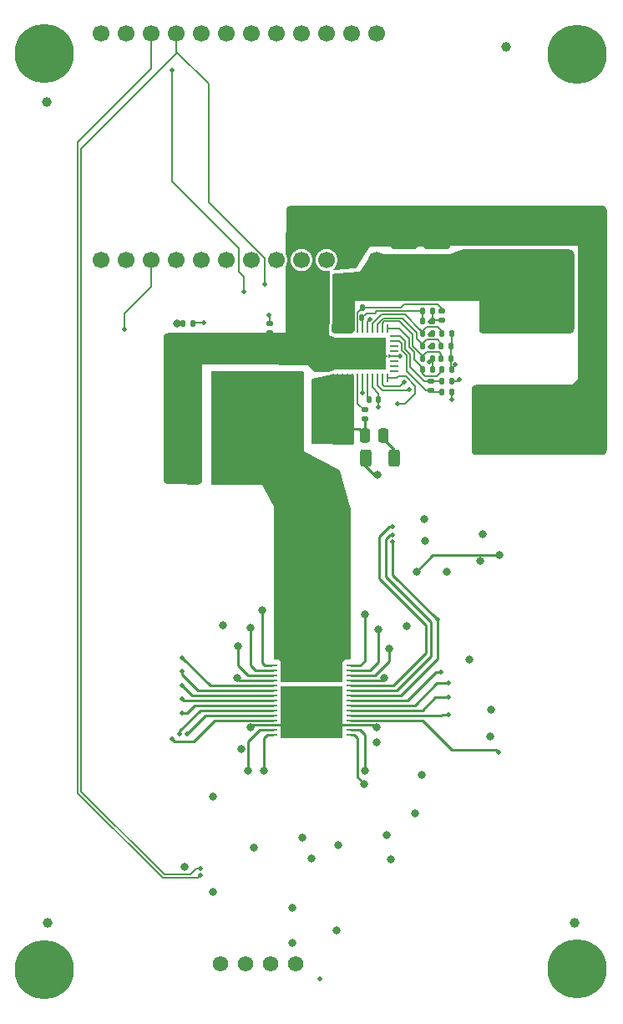
<source format=gbl>
G04 #@! TF.GenerationSoftware,KiCad,Pcbnew,8.0.4*
G04 #@! TF.CreationDate,2024-12-27T03:35:07+01:00*
G04 #@! TF.ProjectId,nerdaxe-gamma,6e657264-6178-4652-9d67-616d6d612e6b,rev?*
G04 #@! TF.SameCoordinates,Original*
G04 #@! TF.FileFunction,Copper,L4,Bot*
G04 #@! TF.FilePolarity,Positive*
%FSLAX46Y46*%
G04 Gerber Fmt 4.6, Leading zero omitted, Abs format (unit mm)*
G04 Created by KiCad (PCBNEW 8.0.4) date 2024-12-27 03:35:07*
%MOMM*%
%LPD*%
G01*
G04 APERTURE LIST*
G04 Aperture macros list*
%AMRoundRect*
0 Rectangle with rounded corners*
0 $1 Rounding radius*
0 $2 $3 $4 $5 $6 $7 $8 $9 X,Y pos of 4 corners*
0 Add a 4 corners polygon primitive as box body*
4,1,4,$2,$3,$4,$5,$6,$7,$8,$9,$2,$3,0*
0 Add four circle primitives for the rounded corners*
1,1,$1+$1,$2,$3*
1,1,$1+$1,$4,$5*
1,1,$1+$1,$6,$7*
1,1,$1+$1,$8,$9*
0 Add four rect primitives between the rounded corners*
20,1,$1+$1,$2,$3,$4,$5,0*
20,1,$1+$1,$4,$5,$6,$7,0*
20,1,$1+$1,$6,$7,$8,$9,0*
20,1,$1+$1,$8,$9,$2,$3,0*%
G04 Aperture macros list end*
G04 #@! TA.AperFunction,EtchedComponent*
%ADD10C,0.000100*%
G04 #@! TD*
G04 #@! TA.AperFunction,ComponentPad*
%ADD11C,1.700000*%
G04 #@! TD*
G04 #@! TA.AperFunction,SMDPad,CuDef*
%ADD12RoundRect,0.250000X0.325000X0.650000X-0.325000X0.650000X-0.325000X-0.650000X0.325000X-0.650000X0*%
G04 #@! TD*
G04 #@! TA.AperFunction,SMDPad,CuDef*
%ADD13RoundRect,0.250000X0.475000X-0.250000X0.475000X0.250000X-0.475000X0.250000X-0.475000X-0.250000X0*%
G04 #@! TD*
G04 #@! TA.AperFunction,SMDPad,CuDef*
%ADD14RoundRect,0.140000X0.140000X0.170000X-0.140000X0.170000X-0.140000X-0.170000X0.140000X-0.170000X0*%
G04 #@! TD*
G04 #@! TA.AperFunction,SMDPad,CuDef*
%ADD15R,0.250000X0.250000*%
G04 #@! TD*
G04 #@! TA.AperFunction,SMDPad,CuDef*
%ADD16RoundRect,0.250000X-0.312500X-0.625000X0.312500X-0.625000X0.312500X0.625000X-0.312500X0.625000X0*%
G04 #@! TD*
G04 #@! TA.AperFunction,SMDPad,CuDef*
%ADD17RoundRect,0.140000X-0.170000X0.140000X-0.170000X-0.140000X0.170000X-0.140000X0.170000X0.140000X0*%
G04 #@! TD*
G04 #@! TA.AperFunction,SMDPad,CuDef*
%ADD18RoundRect,0.135000X0.135000X0.185000X-0.135000X0.185000X-0.135000X-0.185000X0.135000X-0.185000X0*%
G04 #@! TD*
G04 #@! TA.AperFunction,SMDPad,CuDef*
%ADD19RoundRect,0.135000X-0.135000X-0.185000X0.135000X-0.185000X0.135000X0.185000X-0.135000X0.185000X0*%
G04 #@! TD*
G04 #@! TA.AperFunction,SMDPad,CuDef*
%ADD20RoundRect,0.250000X0.650000X-1.000000X0.650000X1.000000X-0.650000X1.000000X-0.650000X-1.000000X0*%
G04 #@! TD*
G04 #@! TA.AperFunction,SMDPad,CuDef*
%ADD21RoundRect,0.250000X1.100000X-0.325000X1.100000X0.325000X-1.100000X0.325000X-1.100000X-0.325000X0*%
G04 #@! TD*
G04 #@! TA.AperFunction,ComponentPad*
%ADD22C,0.800000*%
G04 #@! TD*
G04 #@! TA.AperFunction,ComponentPad*
%ADD23C,6.000000*%
G04 #@! TD*
G04 #@! TA.AperFunction,SMDPad,CuDef*
%ADD24RoundRect,0.140000X-0.140000X-0.170000X0.140000X-0.170000X0.140000X0.170000X-0.140000X0.170000X0*%
G04 #@! TD*
G04 #@! TA.AperFunction,SMDPad,CuDef*
%ADD25RoundRect,0.140000X0.170000X-0.140000X0.170000X0.140000X-0.170000X0.140000X-0.170000X-0.140000X0*%
G04 #@! TD*
G04 #@! TA.AperFunction,SMDPad,CuDef*
%ADD26R,4.000000X2.600000*%
G04 #@! TD*
G04 #@! TA.AperFunction,ComponentPad*
%ADD27C,0.400000*%
G04 #@! TD*
G04 #@! TA.AperFunction,SMDPad,CuDef*
%ADD28R,5.300000X3.300000*%
G04 #@! TD*
G04 #@! TA.AperFunction,SMDPad,CuDef*
%ADD29RoundRect,0.062500X0.337500X-0.062500X0.337500X0.062500X-0.337500X0.062500X-0.337500X-0.062500X0*%
G04 #@! TD*
G04 #@! TA.AperFunction,SMDPad,CuDef*
%ADD30RoundRect,0.062500X0.062500X-0.337500X0.062500X0.337500X-0.062500X0.337500X-0.062500X-0.337500X0*%
G04 #@! TD*
G04 #@! TA.AperFunction,SMDPad,CuDef*
%ADD31RoundRect,0.250000X0.250000X0.475000X-0.250000X0.475000X-0.250000X-0.475000X0.250000X-0.475000X0*%
G04 #@! TD*
G04 #@! TA.AperFunction,ComponentPad*
%ADD32C,1.574800*%
G04 #@! TD*
G04 #@! TA.AperFunction,SMDPad,CuDef*
%ADD33C,1.000000*%
G04 #@! TD*
G04 #@! TA.AperFunction,SMDPad,CuDef*
%ADD34RoundRect,0.055250X0.340750X0.055250X-0.340750X0.055250X-0.340750X-0.055250X0.340750X-0.055250X0*%
G04 #@! TD*
G04 #@! TA.AperFunction,SMDPad,CuDef*
%ADD35R,6.330000X2.000000*%
G04 #@! TD*
G04 #@! TA.AperFunction,SMDPad,CuDef*
%ADD36R,6.330000X5.300000*%
G04 #@! TD*
G04 #@! TA.AperFunction,SMDPad,CuDef*
%ADD37RoundRect,0.220000X-0.880000X0.880000X-0.880000X-0.880000X0.880000X-0.880000X0.880000X0.880000X0*%
G04 #@! TD*
G04 #@! TA.AperFunction,ViaPad*
%ADD38C,0.500000*%
G04 #@! TD*
G04 #@! TA.AperFunction,ViaPad*
%ADD39C,0.800000*%
G04 #@! TD*
G04 #@! TA.AperFunction,ViaPad*
%ADD40C,1.000000*%
G04 #@! TD*
G04 #@! TA.AperFunction,Conductor*
%ADD41C,0.200000*%
G04 #@! TD*
G04 #@! TA.AperFunction,Conductor*
%ADD42C,0.254000*%
G04 #@! TD*
G04 APERTURE END LIST*
D10*
X113345500Y-81792000D02*
X113415500Y-81792000D01*
X113415500Y-81542000D01*
X113345500Y-81542000D01*
X113345500Y-81792000D01*
G04 #@! TA.AperFunction,EtchedComponent*
G36*
X113345500Y-81792000D02*
G01*
X113415500Y-81792000D01*
X113415500Y-81542000D01*
X113345500Y-81542000D01*
X113345500Y-81792000D01*
G37*
G04 #@! TD.AperFunction*
D11*
X84250000Y-49022000D03*
X86790000Y-49022000D03*
X89330000Y-49022000D03*
X91870000Y-49022000D03*
X94410000Y-49022000D03*
X96950000Y-49022000D03*
X99490000Y-49022000D03*
X102030000Y-49022000D03*
X104570000Y-49022000D03*
X107110000Y-49022000D03*
X109650000Y-49022000D03*
X112190000Y-49022000D03*
X112190000Y-71942000D03*
X109650000Y-71942000D03*
X107110000Y-71942000D03*
X104570000Y-71942000D03*
X102030000Y-71942000D03*
X99490000Y-71942000D03*
X96950000Y-71942000D03*
X94410000Y-71942000D03*
X91870000Y-71942000D03*
X89330000Y-71942000D03*
X86790000Y-71942000D03*
X84250000Y-71942000D03*
D12*
X93685000Y-84328000D03*
X96635000Y-84328000D03*
D13*
X103710000Y-81787000D03*
X103710000Y-83687000D03*
D14*
X107980000Y-76708000D03*
X107020000Y-76708000D03*
D15*
X113535000Y-81667000D03*
X113225000Y-81667000D03*
D16*
X113982500Y-92037000D03*
X111057500Y-92037000D03*
D17*
X117718000Y-85189000D03*
X117718000Y-84229000D03*
D13*
X99490000Y-81807000D03*
X99490000Y-83707000D03*
D18*
X119763000Y-83058000D03*
X118743000Y-83058000D03*
D19*
X117866000Y-77089000D03*
X116846000Y-77089000D03*
X109680000Y-76757000D03*
X110700000Y-76757000D03*
D12*
X93648000Y-89916000D03*
X96598000Y-89916000D03*
D20*
X121920000Y-68580000D03*
X121920000Y-72580000D03*
D13*
X101590000Y-81787000D03*
X101590000Y-83687000D03*
D17*
X101320000Y-79347000D03*
X101320000Y-78387000D03*
D18*
X119771000Y-79375000D03*
X118751000Y-79375000D03*
D21*
X114935000Y-70248000D03*
X114935000Y-73198000D03*
D14*
X107020000Y-77827000D03*
X107980000Y-77827000D03*
D22*
X130250000Y-51120990D03*
X130909010Y-49530000D03*
X130909010Y-52711980D03*
X132500000Y-48870990D03*
D23*
X132500000Y-51120990D03*
D22*
X132500000Y-53370990D03*
X134090990Y-49530000D03*
X134090990Y-52711980D03*
X134750000Y-51120990D03*
D19*
X117848000Y-81915000D03*
X116828000Y-81915000D03*
D17*
X110970000Y-88067000D03*
X110970000Y-87107000D03*
D24*
X117828000Y-78105000D03*
X116868000Y-78105000D03*
D18*
X116838000Y-83058000D03*
X117858000Y-83058000D03*
D19*
X116838000Y-79375000D03*
X117858000Y-79375000D03*
D22*
X130250000Y-143728000D03*
X130909010Y-142137010D03*
X130909010Y-145318990D03*
X132500000Y-141478000D03*
D23*
X132500000Y-143728000D03*
D22*
X132500000Y-145978000D03*
X134090990Y-142137010D03*
X134090990Y-145318990D03*
X134750000Y-143728000D03*
D19*
X110690000Y-77817000D03*
X109670000Y-77817000D03*
D12*
X93685000Y-86995000D03*
X96635000Y-86995000D03*
D18*
X118738000Y-80645000D03*
X119758000Y-80645000D03*
D14*
X107960000Y-75565000D03*
X107000000Y-75565000D03*
D22*
X80750000Y-143855000D03*
X80090990Y-145445990D03*
X80090990Y-142264010D03*
X78500000Y-146105000D03*
D23*
X78500000Y-143855000D03*
D22*
X78500000Y-141605000D03*
X76909010Y-145445990D03*
X76909010Y-142264010D03*
X76250000Y-143855000D03*
D19*
X119768000Y-85344000D03*
X118748000Y-85344000D03*
D25*
X118753000Y-78077000D03*
X118753000Y-77117000D03*
D26*
X99825000Y-89082000D03*
X107775000Y-89082000D03*
D12*
X93705000Y-92583000D03*
X96655000Y-92583000D03*
D22*
X76250000Y-51054000D03*
X76909010Y-49463010D03*
X76909010Y-52644990D03*
X78500000Y-48804000D03*
D23*
X78500000Y-51054000D03*
D22*
X78500000Y-53304000D03*
X80090990Y-49463010D03*
X80090990Y-52644990D03*
X80750000Y-51054000D03*
D24*
X112380000Y-86047000D03*
X111420000Y-86047000D03*
D18*
X93590000Y-78337000D03*
X92570000Y-78337000D03*
D27*
X109090000Y-80137000D03*
X110490000Y-80137000D03*
X111890000Y-80137000D03*
X108090000Y-81417000D03*
X109090000Y-81417000D03*
D28*
X110490000Y-81417000D03*
D27*
X110490000Y-81417000D03*
X111890000Y-81417000D03*
X112890000Y-81417000D03*
X109090000Y-82697000D03*
X110490000Y-82697000D03*
X111890000Y-82697000D03*
D29*
X113990000Y-83167000D03*
X113990000Y-82667000D03*
X113990000Y-82167000D03*
X113990000Y-81667000D03*
X113990000Y-81167000D03*
X113990000Y-80667000D03*
X113990000Y-80167000D03*
X113990000Y-79667000D03*
D30*
X113240000Y-78917000D03*
X112740000Y-78917000D03*
X112240000Y-78917000D03*
X111740000Y-78917000D03*
X111240000Y-78917000D03*
X110740000Y-78917000D03*
X110240000Y-78917000D03*
X109740000Y-78917000D03*
X109240000Y-78917000D03*
X108740000Y-78917000D03*
X108240000Y-78917000D03*
X107740000Y-78917000D03*
D29*
X106990000Y-79667000D03*
X106990000Y-80167000D03*
X106990000Y-80667000D03*
X106990000Y-81167000D03*
X106990000Y-81667000D03*
X106990000Y-82167000D03*
X106990000Y-82667000D03*
X106990000Y-83167000D03*
D30*
X107740000Y-83917000D03*
X108240000Y-83917000D03*
X108740000Y-83917000D03*
X109240000Y-83917000D03*
X109740000Y-83917000D03*
X110240000Y-83917000D03*
X110740000Y-83917000D03*
X111240000Y-83917000D03*
X111740000Y-83917000D03*
X112240000Y-83917000D03*
X112740000Y-83917000D03*
X113240000Y-83917000D03*
D21*
X118237000Y-73198000D03*
X118237000Y-70248000D03*
D18*
X118738000Y-81915000D03*
X119758000Y-81915000D03*
D31*
X110980000Y-89687000D03*
X112880000Y-89687000D03*
D18*
X118748000Y-84201000D03*
X119768000Y-84201000D03*
D31*
X108519000Y-74041000D03*
X106619000Y-74041000D03*
D32*
X96382400Y-143240851D03*
X98922400Y-143240851D03*
X101462400Y-143240851D03*
X104002400Y-143240851D03*
D33*
X132260000Y-139060000D03*
D34*
X109526562Y-113032000D03*
X109526562Y-113534000D03*
X109526562Y-114036000D03*
X109526562Y-114538000D03*
X109526562Y-115040000D03*
X109526562Y-115542000D03*
X109526562Y-116044000D03*
X109526562Y-116546000D03*
X109526562Y-117048000D03*
X109526562Y-117550000D03*
X109526562Y-118052000D03*
X109526562Y-118554000D03*
X109526562Y-119056000D03*
X109526562Y-119558000D03*
X109526562Y-120060000D03*
X101694562Y-120060000D03*
X101694562Y-119558000D03*
X101694562Y-119056000D03*
X101694562Y-118554000D03*
X101694562Y-118052000D03*
X101694562Y-117550000D03*
X101694562Y-117048000D03*
X101694562Y-116546000D03*
X101694562Y-116044000D03*
X101694562Y-115542000D03*
X101694562Y-115040000D03*
X101694562Y-114538000D03*
X101694562Y-114036000D03*
X101694562Y-113534000D03*
X101694562Y-113032000D03*
D35*
X105610562Y-113676000D03*
D36*
X105610562Y-117786000D03*
D33*
X78850000Y-139070000D03*
D37*
X124610000Y-88939000D03*
X130810000Y-88939000D03*
X124610000Y-77939000D03*
X130810000Y-77939000D03*
D33*
X125270000Y-50310000D03*
X78750000Y-55900000D03*
D19*
X117848000Y-80645000D03*
X116828000Y-80645000D03*
D38*
X117602000Y-78232000D03*
X117602000Y-79502000D03*
X117602000Y-80772000D03*
X106426000Y-144780000D03*
X91440000Y-52705000D03*
X98679000Y-75184000D03*
X100838000Y-74422000D03*
X86614000Y-78994000D03*
X114935000Y-84328000D03*
X115443000Y-85090000D03*
X96635000Y-88380000D03*
X119761000Y-86106000D03*
X126619000Y-89154000D03*
X126619000Y-78486000D03*
X120523000Y-84074000D03*
X120142000Y-82550000D03*
X124079000Y-74549000D03*
D39*
X105664000Y-76835000D03*
D38*
X117483000Y-82296000D03*
D39*
X105610000Y-116830000D03*
X112180000Y-119260000D03*
X113580000Y-132650000D03*
X98050000Y-114260000D03*
X104490000Y-118700000D03*
D40*
X119126000Y-68802000D03*
D39*
X112180000Y-120800000D03*
X106740000Y-119930000D03*
D40*
X113665000Y-68802000D03*
D39*
X106740000Y-118720000D03*
X104640000Y-130470000D03*
X105540000Y-132550000D03*
D40*
X115005332Y-67405000D03*
D39*
X116770000Y-124080000D03*
X106740000Y-117780000D03*
X104490000Y-117760000D03*
X105630000Y-118700000D03*
D40*
X92202000Y-88519000D03*
D39*
X115260000Y-109040000D03*
X123750000Y-117530000D03*
D40*
X92202000Y-93599000D03*
D39*
X106740000Y-116860000D03*
X105620000Y-82057000D03*
X103604000Y-137538000D03*
X116050000Y-128010000D03*
D40*
X92202000Y-91059000D03*
D39*
X104490000Y-119910000D03*
D40*
X117729000Y-68802000D03*
D39*
X112980000Y-114270000D03*
X105537000Y-75438000D03*
X112280000Y-93737000D03*
X117090000Y-100360000D03*
D40*
X117729000Y-67405000D03*
D39*
X121580000Y-112400000D03*
D40*
X92210000Y-83058000D03*
X113665000Y-67405000D03*
D39*
X122640000Y-102460000D03*
X103604000Y-141088000D03*
X113180000Y-130220000D03*
X119280000Y-103505000D03*
X99370000Y-119240000D03*
D40*
X116372000Y-68805000D03*
X119126000Y-67405000D03*
D39*
X123710000Y-120230000D03*
X96600000Y-108920000D03*
X104490000Y-115746000D03*
X103580000Y-80447000D03*
X105610000Y-80457000D03*
X104648000Y-74168000D03*
X98440000Y-121490000D03*
X92680000Y-133370000D03*
X104490000Y-116840000D03*
X99510000Y-80427000D03*
D40*
X115045332Y-68805000D03*
X92202000Y-85725000D03*
D39*
X106740000Y-115766000D03*
X116990000Y-98200000D03*
D40*
X116332000Y-67405000D03*
D39*
X101500000Y-80427000D03*
X105610000Y-78747000D03*
X107569000Y-99060000D03*
X102489000Y-97790000D03*
X105029000Y-101600000D03*
X102489000Y-100330000D03*
X108839000Y-101600000D03*
X106299000Y-100330000D03*
X106299000Y-99060000D03*
X103759000Y-97790000D03*
X103759000Y-100330000D03*
D38*
X104290000Y-84847000D03*
D39*
X102489000Y-101600000D03*
X103759000Y-102870000D03*
X105029000Y-100330000D03*
X108839000Y-100330000D03*
X102489000Y-99060000D03*
X107569000Y-101600000D03*
X106299000Y-101600000D03*
X107569000Y-102870000D03*
X108839000Y-99060000D03*
X107569000Y-100330000D03*
X105029000Y-97790000D03*
X108839000Y-97790000D03*
X107569000Y-97790000D03*
X103759000Y-101600000D03*
X108839000Y-102870000D03*
X105029000Y-99060000D03*
X102489000Y-102870000D03*
X103759000Y-99060000D03*
X106299000Y-97790000D03*
X108290000Y-131179000D03*
X99710000Y-131420000D03*
X108077000Y-139836400D03*
X91910000Y-78347000D03*
X95550000Y-135970000D03*
X122930000Y-99700000D03*
X95560000Y-126330000D03*
D38*
X94317599Y-134229617D03*
X112380000Y-86807000D03*
X111500000Y-77937000D03*
X101250000Y-77567000D03*
X114300000Y-86487000D03*
X94660000Y-78317000D03*
X94340000Y-133580000D03*
D39*
X100770000Y-123700000D03*
X99180000Y-123710000D03*
D38*
X119430000Y-116250000D03*
X119420000Y-118020000D03*
X124540000Y-121820000D03*
X92180000Y-119960000D03*
X92940000Y-119930000D03*
X114515000Y-81667000D03*
X110740000Y-85377000D03*
D39*
X113470000Y-111290000D03*
X110950000Y-124990000D03*
X124600000Y-101830000D03*
X116205000Y-103505000D03*
X110970000Y-123700000D03*
X112390000Y-109350000D03*
X111030000Y-107870000D03*
X100553800Y-107457400D03*
X99360000Y-109210000D03*
X98140000Y-111060000D03*
D38*
X119420000Y-114790000D03*
X113800000Y-98950000D03*
X113770000Y-99770000D03*
X113830000Y-100500000D03*
X118320000Y-108370000D03*
X118740000Y-113660000D03*
X92480000Y-112210000D03*
X92480000Y-113611428D03*
X92480000Y-115012856D03*
X92480000Y-116414284D03*
X92480000Y-117815712D03*
X91400000Y-120430000D03*
D41*
X117828000Y-78105000D02*
X117729000Y-78105000D01*
X117729000Y-78105000D02*
X117602000Y-78232000D01*
X117729000Y-79375000D02*
X117602000Y-79502000D01*
X117858000Y-79375000D02*
X117729000Y-79375000D01*
X117729000Y-79375000D02*
X117475000Y-79629000D01*
X117729000Y-80645000D02*
X117848000Y-80645000D01*
X117602000Y-80772000D02*
X117729000Y-80645000D01*
X117858000Y-83058000D02*
X117858000Y-82797527D01*
X117848000Y-81788000D02*
X117848000Y-83048000D01*
X117848000Y-83048000D02*
X117858000Y-83058000D01*
X112740000Y-78357000D02*
X112740000Y-78917000D01*
X115824000Y-79502000D02*
X114469000Y-78147000D01*
X116828000Y-81649000D02*
X115824000Y-80645000D01*
X115824000Y-80645000D02*
X115824000Y-79502000D01*
X114469000Y-78147000D02*
X112950000Y-78147000D01*
X112950000Y-78147000D02*
X112740000Y-78357000D01*
X119763000Y-82929000D02*
X120142000Y-82550000D01*
X119763000Y-83058000D02*
X119763000Y-82929000D01*
X98171000Y-73152000D02*
X98171000Y-70739000D01*
X98171000Y-70739000D02*
X91440000Y-64008000D01*
X91440000Y-64008000D02*
X91440000Y-52705000D01*
X98679000Y-73660000D02*
X98171000Y-73152000D01*
X98679000Y-75184000D02*
X98679000Y-73660000D01*
X91870000Y-50849000D02*
X91870000Y-49022000D01*
X95123000Y-66087813D02*
X95123000Y-54102000D01*
X100838000Y-71802813D02*
X95123000Y-66087813D01*
X100838000Y-74422000D02*
X100838000Y-71802813D01*
X95123000Y-54102000D02*
X91870000Y-50849000D01*
X89330000Y-74627000D02*
X89330000Y-71942000D01*
X86614000Y-77343000D02*
X89330000Y-74627000D01*
X86614000Y-78994000D02*
X86614000Y-77343000D01*
X91870000Y-51005000D02*
X91870000Y-49022000D01*
X82230000Y-60645000D02*
X91870000Y-51005000D01*
X90650000Y-134200000D02*
X82230000Y-125780000D01*
X93280000Y-134200000D02*
X90650000Y-134200000D01*
X93900000Y-133580000D02*
X93280000Y-134200000D01*
X94340000Y-133580000D02*
X93900000Y-133580000D01*
X82230000Y-125780000D02*
X82230000Y-60645000D01*
X81890000Y-59969000D02*
X89330000Y-52529000D01*
X81890000Y-125920000D02*
X81890000Y-59969000D01*
X90490000Y-134520000D02*
X81890000Y-125920000D01*
X94027216Y-134520000D02*
X90490000Y-134520000D01*
X94317599Y-134229617D02*
X94027216Y-134520000D01*
X89330000Y-52529000D02*
X89330000Y-49022000D01*
X112760000Y-85147000D02*
X112240000Y-84627000D01*
X115386000Y-85147000D02*
X112760000Y-85147000D01*
X112240000Y-84627000D02*
X112240000Y-83917000D01*
X115443000Y-85090000D02*
X115386000Y-85147000D01*
X114200000Y-83917000D02*
X113240000Y-83917000D01*
X115116000Y-83747000D02*
X114370000Y-83747000D01*
X116078000Y-84709000D02*
X115116000Y-83747000D01*
X114370000Y-83747000D02*
X114200000Y-83917000D01*
X116078000Y-85471000D02*
X116078000Y-84709000D01*
X114300000Y-86487000D02*
X115062000Y-86487000D01*
X115062000Y-86487000D02*
X116078000Y-85471000D01*
X114808000Y-84455000D02*
X114935000Y-84328000D01*
X112740000Y-84547000D02*
X112740000Y-83917000D01*
X112902000Y-84709000D02*
X112740000Y-84547000D01*
X114554000Y-84709000D02*
X112902000Y-84709000D01*
X114808000Y-84455000D02*
X114554000Y-84709000D01*
X96647000Y-88392000D02*
X96635000Y-88380000D01*
X96635000Y-86995000D02*
X96635000Y-88380000D01*
X96647000Y-94234000D02*
X96655000Y-94226000D01*
D42*
X92570000Y-78337000D02*
X91920000Y-78337000D01*
X91920000Y-78337000D02*
X91910000Y-78347000D01*
D41*
X119768000Y-86099000D02*
X119761000Y-86106000D01*
X119768000Y-85344000D02*
X119768000Y-86099000D01*
X120396000Y-84201000D02*
X120523000Y-84074000D01*
X119768000Y-84201000D02*
X120396000Y-84201000D01*
X98722000Y-89082000D02*
X96635000Y-86995000D01*
X99825000Y-89082000D02*
X98722000Y-89082000D01*
X97432000Y-89082000D02*
X96598000Y-89916000D01*
X99825000Y-89082000D02*
X97432000Y-89082000D01*
X117070000Y-81407000D02*
X116828000Y-81649000D01*
X117221000Y-81280000D02*
X117094000Y-81407000D01*
X117094000Y-81407000D02*
X117070000Y-81407000D01*
X118491000Y-81280000D02*
X117221000Y-81280000D01*
X118738000Y-81915000D02*
X118738000Y-81527000D01*
X118738000Y-81527000D02*
X118491000Y-81280000D01*
X116828000Y-81915000D02*
X116828000Y-81649000D01*
X117873000Y-85344000D02*
X117718000Y-85189000D01*
X118748000Y-85344000D02*
X117873000Y-85344000D01*
X115189000Y-83185000D02*
X117193000Y-85189000D01*
X115189000Y-81633893D02*
X115189000Y-83185000D01*
X114681000Y-81125893D02*
X115189000Y-81633893D01*
X114681000Y-80378000D02*
X114681000Y-81125893D01*
X117193000Y-85189000D02*
X117718000Y-85189000D01*
X113990000Y-80167000D02*
X114470000Y-80167000D01*
X114470000Y-80167000D02*
X114681000Y-80378000D01*
X115062000Y-81036000D02*
X115062000Y-80139000D01*
X115570000Y-81544000D02*
X115062000Y-81036000D01*
X114590000Y-79667000D02*
X113990000Y-79667000D01*
X115570000Y-82804000D02*
X115570000Y-81544000D01*
X116995000Y-84229000D02*
X115570000Y-82804000D01*
X117718000Y-84229000D02*
X116995000Y-84229000D01*
X115062000Y-80139000D02*
X114590000Y-79667000D01*
X118748000Y-84201000D02*
X117817000Y-84201000D01*
X118237000Y-83693000D02*
X118743000Y-83187000D01*
X118743000Y-83187000D02*
X118743000Y-83058000D01*
X117094000Y-83693000D02*
X118237000Y-83693000D01*
X116838000Y-83041000D02*
X116838000Y-83437000D01*
X116838000Y-83437000D02*
X117094000Y-83693000D01*
X117221000Y-80010000D02*
X116828000Y-80403000D01*
X116828000Y-80403000D02*
X116828000Y-80645000D01*
X118738000Y-80384000D02*
X118364000Y-80010000D01*
X118738000Y-80645000D02*
X118738000Y-80384000D01*
X118364000Y-80010000D02*
X117221000Y-80010000D01*
X116838000Y-79122000D02*
X116838000Y-79375000D01*
X117220000Y-78740000D02*
X116838000Y-79122000D01*
X118364000Y-78740000D02*
X117220000Y-78740000D01*
X118751000Y-79127000D02*
X118364000Y-78740000D01*
X118751000Y-79375000D02*
X118751000Y-79127000D01*
X117856000Y-78077000D02*
X117828000Y-78105000D01*
X118626000Y-78077000D02*
X117856000Y-78077000D01*
X118753000Y-78204000D02*
X118626000Y-78077000D01*
X117828000Y-78105000D02*
X117866000Y-78067000D01*
X117866000Y-78067000D02*
X117866000Y-77089000D01*
X114632000Y-76757000D02*
X110700000Y-76757000D01*
X114935000Y-76454000D02*
X114632000Y-76757000D01*
X118372000Y-76454000D02*
X114935000Y-76454000D01*
X116838000Y-79246000D02*
X116586000Y-78994000D01*
X116838000Y-79375000D02*
X116838000Y-79246000D01*
X116231400Y-79921400D02*
X116231400Y-79274400D01*
X116828000Y-80518000D02*
X116231400Y-79921400D01*
X117483000Y-82169000D02*
X117836000Y-81816000D01*
X117483000Y-82296000D02*
X117483000Y-82169000D01*
X116838000Y-79492000D02*
X116838000Y-79375000D01*
X118751000Y-79375000D02*
X118751000Y-79504000D01*
X118753000Y-76835000D02*
X118372000Y-76454000D01*
X118753000Y-77244000D02*
X118753000Y-76835000D01*
X112218000Y-77089000D02*
X116711000Y-77089000D01*
X111970000Y-77337000D02*
X112218000Y-77089000D01*
X116876000Y-77119000D02*
X116846000Y-77089000D01*
X116876000Y-78232000D02*
X116876000Y-77119000D01*
X114802400Y-77845400D02*
X112825074Y-77845400D01*
X112825074Y-77845400D02*
X112240000Y-78430474D01*
X116231400Y-79274400D02*
X114802400Y-77845400D01*
X112240000Y-78430474D02*
X112240000Y-78917000D01*
X111740000Y-78404107D02*
X111740000Y-78917000D01*
X112674107Y-77470000D02*
X111740000Y-78404107D01*
X116703000Y-79111000D02*
X115062000Y-77470000D01*
X115062000Y-77470000D02*
X112674107Y-77470000D01*
X115951000Y-82044000D02*
X116711000Y-82804000D01*
X115951000Y-81280000D02*
X115951000Y-82044000D01*
X115443000Y-80772000D02*
X115951000Y-81280000D01*
X115443000Y-79926526D02*
X115443000Y-80772000D01*
X114515000Y-81667000D02*
X113990000Y-81667000D01*
X114428400Y-78911926D02*
X115443000Y-79926526D01*
X114428400Y-78907000D02*
X114428400Y-78911926D01*
X113250000Y-78907000D02*
X114428400Y-78907000D01*
X113240000Y-78917000D02*
X113250000Y-78907000D01*
X119758000Y-82791000D02*
X119771000Y-82804000D01*
X119758000Y-80381000D02*
X119758000Y-82791000D01*
X119771000Y-80505000D02*
X119758000Y-80518000D01*
X119771000Y-79375000D02*
X119771000Y-80505000D01*
D42*
X112280000Y-93737000D02*
X111957500Y-93737000D01*
X111957500Y-93737000D02*
X110887500Y-92667000D01*
X112712000Y-114538000D02*
X109526562Y-114538000D01*
X100051000Y-114541000D02*
X100054000Y-114538000D01*
X112980000Y-114270000D02*
X112712000Y-114538000D01*
X99370000Y-119240000D02*
X99554000Y-119056000D01*
X100054000Y-114538000D02*
X101694562Y-114538000D01*
X112180000Y-119260000D02*
X111976000Y-119056000D01*
X98331000Y-114541000D02*
X100051000Y-114541000D01*
X111976000Y-119056000D02*
X108526562Y-119056000D01*
X98050000Y-114260000D02*
X98331000Y-114541000D01*
X99554000Y-119056000D02*
X102683562Y-119056000D01*
X102690562Y-114040000D02*
X102694562Y-114036000D01*
X110960000Y-89667000D02*
X110980000Y-89687000D01*
X110960000Y-88177000D02*
X110960000Y-89667000D01*
D41*
X107790000Y-89097000D02*
X107775000Y-89082000D01*
X108080000Y-89387000D02*
X107775000Y-89082000D01*
D42*
X110980000Y-89687000D02*
X110375000Y-89082000D01*
X110375000Y-89082000D02*
X107775000Y-89082000D01*
D41*
X108270000Y-89577000D02*
X107775000Y-89082000D01*
D42*
X108120000Y-89427000D02*
X107775000Y-89082000D01*
D41*
X111240000Y-85867000D02*
X111420000Y-86047000D01*
X111240000Y-83917000D02*
X111240000Y-85867000D01*
X112380000Y-86807000D02*
X112380000Y-86047000D01*
X111740000Y-83917000D02*
X111740000Y-84847000D01*
X111740000Y-84847000D02*
X112380000Y-85487000D01*
X112380000Y-85487000D02*
X112380000Y-86047000D01*
X110240000Y-78917000D02*
X110218400Y-78895400D01*
X110218400Y-77238600D02*
X110700000Y-76757000D01*
X110218400Y-78895400D02*
X110218400Y-77238600D01*
X110740000Y-78917000D02*
X110740000Y-77867000D01*
X110740000Y-77867000D02*
X110690000Y-77817000D01*
X111170000Y-77337000D02*
X111970000Y-77337000D01*
X110690000Y-77817000D02*
X111170000Y-77337000D01*
X111240000Y-78917000D02*
X111240000Y-78197000D01*
X111240000Y-78197000D02*
X111500000Y-77937000D01*
X101250000Y-77567000D02*
X101320000Y-77637000D01*
X101320000Y-77637000D02*
X101320000Y-78387000D01*
X94660000Y-78317000D02*
X93610000Y-78317000D01*
X93610000Y-78317000D02*
X93590000Y-78337000D01*
X110240000Y-83917000D02*
X110240000Y-86497000D01*
X110240000Y-86497000D02*
X110960000Y-87217000D01*
D42*
X100760000Y-123690000D02*
X100760000Y-120410000D01*
X100760000Y-120410000D02*
X101110000Y-120060000D01*
X100770000Y-123700000D02*
X100760000Y-123690000D01*
X101110000Y-120060000D02*
X101694562Y-120060000D01*
X99180000Y-123710000D02*
X99180000Y-120670000D01*
X100292000Y-119558000D02*
X101697438Y-119558000D01*
X99180000Y-120670000D02*
X100292000Y-119558000D01*
X116820000Y-117550000D02*
X109526562Y-117550000D01*
X118120000Y-116250000D02*
X116820000Y-117550000D01*
X119430000Y-116250000D02*
X118120000Y-116250000D01*
X118772000Y-118052000D02*
X109526562Y-118052000D01*
X118804000Y-118020000D02*
X118772000Y-118052000D01*
X119420000Y-118020000D02*
X118804000Y-118020000D01*
X116834000Y-118554000D02*
X109526562Y-118554000D01*
X124540000Y-121820000D02*
X124250000Y-121530000D01*
X124250000Y-121530000D02*
X119810000Y-121530000D01*
X119810000Y-121530000D02*
X116834000Y-118554000D01*
X92180000Y-119960000D02*
X92180000Y-119640000D01*
X94280000Y-117550000D02*
X101694562Y-117550000D01*
X94275000Y-117545000D02*
X94280000Y-117550000D01*
X92180000Y-119640000D02*
X94275000Y-117545000D01*
X92940000Y-119930000D02*
X94825000Y-118045000D01*
X94825000Y-118045000D02*
X94832000Y-118052000D01*
X94832000Y-118052000D02*
X101694562Y-118052000D01*
D41*
X110740000Y-83917000D02*
X110740000Y-85377000D01*
D42*
X112880000Y-89687000D02*
X112880000Y-90067000D01*
X112880000Y-90067000D02*
X113982500Y-91169500D01*
X113982500Y-91169500D02*
X113982500Y-92037000D01*
X110571000Y-114039000D02*
X110568000Y-114036000D01*
X113470000Y-112590000D02*
X112021000Y-114039000D01*
X110568000Y-114036000D02*
X109526562Y-114036000D01*
X112021000Y-114039000D02*
X110571000Y-114039000D01*
X113470000Y-111290000D02*
X113470000Y-112590000D01*
X116205000Y-103505000D02*
X117880000Y-101830000D01*
X110200000Y-120330000D02*
X109930000Y-120060000D01*
X110200000Y-124240000D02*
X110200000Y-120330000D01*
X124520000Y-101750000D02*
X124600000Y-101830000D01*
X109930000Y-120060000D02*
X109526562Y-120060000D01*
X117880000Y-101830000D02*
X124600000Y-101830000D01*
X110950000Y-124990000D02*
X110200000Y-124240000D01*
X110970000Y-123700000D02*
X110970000Y-120070000D01*
X110970000Y-120070000D02*
X110458000Y-119558000D01*
X110458000Y-119558000D02*
X109526562Y-119558000D01*
X112380000Y-109360000D02*
X112380000Y-112680000D01*
X111526000Y-113534000D02*
X109526562Y-113534000D01*
X112390000Y-109350000D02*
X112380000Y-109360000D01*
X112380000Y-112680000D02*
X111526000Y-113534000D01*
X111030000Y-107870000D02*
X111000000Y-107900000D01*
X110528000Y-113032000D02*
X109526562Y-113032000D01*
X111000000Y-112560000D02*
X110528000Y-113032000D01*
X111000000Y-107900000D02*
X111000000Y-112560000D01*
X100540000Y-112750000D02*
X100822000Y-113032000D01*
X100553800Y-107457400D02*
X100540000Y-107471200D01*
X100822000Y-113032000D02*
X101522000Y-113032000D01*
X100540000Y-107471200D02*
X100540000Y-112750000D01*
X99360000Y-109210000D02*
X99360000Y-112970000D01*
X99927000Y-113537000D02*
X99930000Y-113534000D01*
X99360000Y-112970000D02*
X99927000Y-113537000D01*
X99930000Y-113534000D02*
X101694562Y-113534000D01*
X100704000Y-114036000D02*
X101694562Y-114036000D01*
X100700000Y-114040000D02*
X100704000Y-114036000D01*
X99150000Y-114040000D02*
X100700000Y-114040000D01*
X98140000Y-111060000D02*
X98140000Y-113030000D01*
X98140000Y-113030000D02*
X99150000Y-114040000D01*
X119420000Y-114790000D02*
X118310000Y-114790000D01*
X116052000Y-117048000D02*
X109526562Y-117048000D01*
X118310000Y-114790000D02*
X116052000Y-117048000D01*
X113800000Y-98950000D02*
X113420000Y-98950000D01*
X113840000Y-115040000D02*
X109526562Y-115040000D01*
X117140000Y-108980000D02*
X117140000Y-111740000D01*
X117140000Y-111740000D02*
X113840000Y-115040000D01*
X112400000Y-99970000D02*
X112400000Y-104240000D01*
X113420000Y-98950000D02*
X112400000Y-99970000D01*
X112400000Y-104240000D02*
X117140000Y-108980000D01*
X117710000Y-108640000D02*
X117710000Y-112030000D01*
X113520000Y-99770000D02*
X113110000Y-100180000D01*
X113770000Y-99770000D02*
X113520000Y-99770000D01*
X117710000Y-112030000D02*
X114198000Y-115542000D01*
X113110000Y-104040000D02*
X117710000Y-108640000D01*
X114198000Y-115542000D02*
X109526562Y-115542000D01*
X113110000Y-100180000D02*
X113110000Y-104040000D01*
X113830000Y-103880000D02*
X113830000Y-100500000D01*
X114636000Y-116044000D02*
X109526562Y-116044000D01*
X118320000Y-108370000D02*
X113830000Y-103880000D01*
X114636000Y-116044000D02*
X118320000Y-112360000D01*
X118320000Y-112360000D02*
X118320000Y-108370000D01*
X118740000Y-113660000D02*
X118220000Y-113660000D01*
X115334000Y-116546000D02*
X109526562Y-116546000D01*
X118220000Y-113660000D02*
X115334000Y-116546000D01*
X95310000Y-115040000D02*
X101694562Y-115040000D01*
X92480000Y-112210000D02*
X95310000Y-115040000D01*
X92480000Y-113611428D02*
X92480000Y-113930000D01*
X92480000Y-113930000D02*
X94092000Y-115542000D01*
X94092000Y-115542000D02*
X101694562Y-115542000D01*
X93511144Y-116044000D02*
X101694562Y-116044000D01*
X92480000Y-115012856D02*
X93511144Y-116044000D01*
X92611716Y-116546000D02*
X101694562Y-116546000D01*
X92480000Y-116414284D02*
X92611716Y-116546000D01*
X92480000Y-117815712D02*
X92974288Y-117815712D01*
X92974288Y-117815712D02*
X93742000Y-117048000D01*
X93742000Y-117048000D02*
X101694562Y-117048000D01*
X91650000Y-120680000D02*
X93610000Y-120680000D01*
X93610000Y-120680000D02*
X95736000Y-118554000D01*
X91400000Y-120430000D02*
X91650000Y-120680000D01*
X95736000Y-118554000D02*
X101694562Y-118554000D01*
G04 #@! TA.AperFunction,Conductor*
G36*
X109813282Y-83536932D02*
G01*
X109859267Y-83589535D01*
X109870697Y-83640840D01*
X109909292Y-90491442D01*
X109889985Y-90558592D01*
X109837440Y-90604643D01*
X109784443Y-90616138D01*
X105663709Y-90587849D01*
X105596806Y-90567705D01*
X105551415Y-90514588D01*
X105540561Y-90463289D01*
X105569551Y-84075846D01*
X105589540Y-84008897D01*
X105642551Y-83963382D01*
X105666452Y-83955406D01*
X107566892Y-83529934D01*
X107593434Y-83526941D01*
X109746159Y-83517540D01*
X109813282Y-83536932D01*
G37*
G04 #@! TD.AperFunction*
G04 #@! TA.AperFunction,Conductor*
G36*
X109517599Y-96994968D02*
G01*
X109520000Y-97012376D01*
X109520000Y-112281949D01*
X109499998Y-112350070D01*
X109446342Y-112396563D01*
X109418581Y-112405528D01*
X109393188Y-112410579D01*
X109368608Y-112413000D01*
X109148860Y-112413000D01*
X109148851Y-112413001D01*
X109049665Y-112426059D01*
X109038644Y-112427510D01*
X109038642Y-112427510D01*
X109038641Y-112427511D01*
X108901507Y-112484312D01*
X108783740Y-112574678D01*
X108693374Y-112692445D01*
X108636572Y-112829581D01*
X108622062Y-112939795D01*
X108622062Y-113124201D01*
X108622063Y-113124210D01*
X108634959Y-113222171D01*
X108636382Y-113232978D01*
X108636572Y-113234417D01*
X108636724Y-113234784D01*
X108636760Y-113235119D01*
X108638709Y-113242393D01*
X108637574Y-113242697D01*
X108644311Y-113305374D01*
X108636726Y-113331209D01*
X108636572Y-113331580D01*
X108622062Y-113441795D01*
X108622062Y-113626201D01*
X108622063Y-113626210D01*
X108636572Y-113736417D01*
X108636724Y-113736784D01*
X108636760Y-113737119D01*
X108638709Y-113744393D01*
X108637574Y-113744697D01*
X108644311Y-113807374D01*
X108636726Y-113833209D01*
X108636572Y-113833580D01*
X108622062Y-113943795D01*
X108622062Y-114128201D01*
X108622063Y-114128210D01*
X108634959Y-114226171D01*
X108636382Y-114236978D01*
X108636572Y-114238417D01*
X108636724Y-114238784D01*
X108636760Y-114239119D01*
X108638709Y-114246393D01*
X108637574Y-114246697D01*
X108644311Y-114309374D01*
X108636726Y-114335209D01*
X108636572Y-114335580D01*
X108622062Y-114445795D01*
X108622062Y-114501500D01*
X108602060Y-114569621D01*
X108548404Y-114616114D01*
X108496062Y-114627500D01*
X102725061Y-114627500D01*
X102656940Y-114607498D01*
X102610447Y-114553842D01*
X102599061Y-114501500D01*
X102599061Y-114445798D01*
X102599060Y-114445789D01*
X102586796Y-114352631D01*
X102584552Y-114335582D01*
X102584401Y-114335219D01*
X102584366Y-114334887D01*
X102582414Y-114327601D01*
X102583550Y-114327296D01*
X102576812Y-114264631D01*
X102584402Y-114238780D01*
X102584552Y-114238418D01*
X102599062Y-114128203D01*
X102599061Y-113943798D01*
X102584552Y-113833582D01*
X102584401Y-113833219D01*
X102584366Y-113832887D01*
X102582414Y-113825601D01*
X102583550Y-113825296D01*
X102576812Y-113762631D01*
X102584402Y-113736780D01*
X102584552Y-113736418D01*
X102599062Y-113626203D01*
X102599061Y-113441798D01*
X102584552Y-113331582D01*
X102584401Y-113331219D01*
X102584366Y-113330887D01*
X102582414Y-113323601D01*
X102583550Y-113323296D01*
X102576812Y-113260631D01*
X102584402Y-113234780D01*
X102584552Y-113234418D01*
X102599062Y-113124203D01*
X102599061Y-112939798D01*
X102584552Y-112829582D01*
X102543709Y-112730978D01*
X102527749Y-112692445D01*
X102527747Y-112692442D01*
X102437384Y-112574678D01*
X102319620Y-112484315D01*
X102319619Y-112484314D01*
X102319616Y-112484312D01*
X102182480Y-112427510D01*
X102072267Y-112413000D01*
X102072265Y-112413000D01*
X101916000Y-112413000D01*
X101847879Y-112392998D01*
X101801386Y-112339342D01*
X101790000Y-112287000D01*
X101790000Y-96895000D01*
X109517599Y-96994968D01*
G37*
G04 #@! TD.AperFunction*
G04 #@! TA.AperFunction,Conductor*
G36*
X131710182Y-70866418D02*
G01*
X131830017Y-70882195D01*
X131842368Y-70885505D01*
X131951040Y-70930518D01*
X131962116Y-70936913D01*
X132055435Y-71008520D01*
X132064479Y-71017564D01*
X132136086Y-71110883D01*
X132142482Y-71121961D01*
X132187493Y-71230627D01*
X132190804Y-71242983D01*
X132206581Y-71362817D01*
X132207000Y-71369213D01*
X132207000Y-78871786D01*
X132206581Y-78878182D01*
X132190804Y-78998016D01*
X132187493Y-79010372D01*
X132142482Y-79119038D01*
X132136086Y-79130116D01*
X132064479Y-79223435D01*
X132055435Y-79232479D01*
X131962116Y-79304086D01*
X131951038Y-79310482D01*
X131842372Y-79355493D01*
X131830016Y-79358804D01*
X131710183Y-79374581D01*
X131703787Y-79375000D01*
X123058213Y-79375000D01*
X123051817Y-79374581D01*
X122931983Y-79358804D01*
X122919627Y-79355493D01*
X122810961Y-79310482D01*
X122799883Y-79304086D01*
X122706564Y-79232479D01*
X122697520Y-79223435D01*
X122625913Y-79130116D01*
X122619517Y-79119038D01*
X122609729Y-79095407D01*
X122574505Y-79010368D01*
X122571195Y-78998016D01*
X122555419Y-78878182D01*
X122555000Y-78871786D01*
X122555000Y-76573003D01*
X122555000Y-76573000D01*
X122555000Y-76073000D01*
X122055000Y-76073000D01*
X122054997Y-76073000D01*
X110482003Y-76073000D01*
X110482000Y-76073000D01*
X109982000Y-76073000D01*
X109982000Y-76573000D01*
X109982000Y-76573003D01*
X109982000Y-78871786D01*
X109981581Y-78878182D01*
X109965804Y-78998016D01*
X109962493Y-79010372D01*
X109917482Y-79119038D01*
X109911086Y-79130116D01*
X109839479Y-79223435D01*
X109830435Y-79232479D01*
X109737116Y-79304086D01*
X109726038Y-79310482D01*
X109617372Y-79355493D01*
X109605016Y-79358804D01*
X109485183Y-79374581D01*
X109478787Y-79375000D01*
X108072213Y-79375000D01*
X108065817Y-79374581D01*
X107945983Y-79358804D01*
X107933627Y-79355493D01*
X107824961Y-79310482D01*
X107813883Y-79304086D01*
X107720564Y-79232479D01*
X107711520Y-79223435D01*
X107639913Y-79130117D01*
X107639912Y-79130116D01*
X107639911Y-79130114D01*
X107633517Y-79119038D01*
X107623728Y-79095406D01*
X107620000Y-79076657D01*
X107620000Y-78574121D01*
X107622632Y-78558278D01*
X107629595Y-78537900D01*
X107636678Y-78517170D01*
X107648291Y-78465756D01*
X107654561Y-78411501D01*
X107661835Y-77499100D01*
X107693733Y-73498422D01*
X107693734Y-73498419D01*
X107693896Y-73478032D01*
X107694087Y-73454019D01*
X107707691Y-73420524D01*
X107759448Y-73366468D01*
X107771272Y-73357398D01*
X107891450Y-73291486D01*
X107905454Y-73286392D01*
X107979983Y-73271579D01*
X108043603Y-73258936D01*
X108051024Y-73258042D01*
X109503231Y-73194903D01*
X110231206Y-73163252D01*
X110231206Y-73163251D01*
X110231209Y-73163251D01*
X110231209Y-73163250D01*
X110490000Y-73152000D01*
X111483730Y-71606195D01*
X111487350Y-71601271D01*
X111489852Y-71598276D01*
X111561364Y-71512731D01*
X111570292Y-71504421D01*
X111661398Y-71438736D01*
X111672102Y-71432893D01*
X111776615Y-71391778D01*
X111788437Y-71388761D01*
X111902934Y-71374381D01*
X111909040Y-71374000D01*
X119418905Y-71374000D01*
X119418913Y-71374000D01*
X119507000Y-71374000D01*
X119589771Y-71343900D01*
X119589777Y-71343899D01*
X119589783Y-71343897D01*
X119589784Y-71343897D01*
X120216500Y-71116000D01*
X120819208Y-70896833D01*
X120823281Y-70895550D01*
X120870021Y-70883037D01*
X120901199Y-70874690D01*
X120909598Y-70873210D01*
X120989959Y-70866185D01*
X120994226Y-70866000D01*
X131703787Y-70866000D01*
X131710182Y-70866418D01*
G37*
G04 #@! TD.AperFunction*
G04 #@! TA.AperFunction,Conductor*
G36*
X124206000Y-70485000D02*
G01*
X124203863Y-70485021D01*
X124203648Y-70485023D01*
X124203500Y-70485025D01*
X112023346Y-70606826D01*
X111774768Y-70609312D01*
X111774767Y-70609312D01*
X111506000Y-70612000D01*
X111359984Y-70837660D01*
X111359983Y-70837662D01*
X110245537Y-72559986D01*
X110234280Y-72574811D01*
X110153693Y-72665853D01*
X110125203Y-72689654D01*
X110029350Y-72747859D01*
X109995092Y-72762161D01*
X109877137Y-72791679D01*
X109858791Y-72794829D01*
X107938642Y-72977700D01*
X107870039Y-72964460D01*
X107819483Y-72916232D01*
X107803028Y-72848328D01*
X107825896Y-72782307D01*
X107843340Y-72762629D01*
X107926764Y-72686579D01*
X108049673Y-72523821D01*
X108140582Y-72341250D01*
X108196397Y-72145083D01*
X108215215Y-71942000D01*
X108196397Y-71738917D01*
X108140582Y-71542750D01*
X108135292Y-71532127D01*
X108085755Y-71432642D01*
X108049673Y-71360179D01*
X107926764Y-71197421D01*
X107926762Y-71197418D01*
X107776041Y-71060019D01*
X107776039Y-71060017D01*
X107602642Y-70952655D01*
X107602635Y-70952651D01*
X107425894Y-70884182D01*
X107412456Y-70878976D01*
X107211976Y-70841500D01*
X107008024Y-70841500D01*
X106807544Y-70878976D01*
X106807541Y-70878976D01*
X106807541Y-70878977D01*
X106617364Y-70952651D01*
X106617357Y-70952655D01*
X106443960Y-71060017D01*
X106443958Y-71060019D01*
X106293237Y-71197418D01*
X106170327Y-71360178D01*
X106079422Y-71542739D01*
X106079417Y-71542752D01*
X106023602Y-71738917D01*
X106004785Y-71941999D01*
X106004785Y-71942000D01*
X106023602Y-72145082D01*
X106079417Y-72341247D01*
X106079422Y-72341260D01*
X106170327Y-72523821D01*
X106293237Y-72686581D01*
X106443958Y-72823980D01*
X106443960Y-72823982D01*
X106543141Y-72885392D01*
X106617363Y-72931348D01*
X106807544Y-73005024D01*
X107008024Y-73042500D01*
X107008026Y-73042500D01*
X107211974Y-73042500D01*
X107211976Y-73042500D01*
X107399439Y-73007457D01*
X107468952Y-73014488D01*
X107477871Y-73021583D01*
X107442000Y-73025000D01*
X107438404Y-73475995D01*
X107438404Y-73475997D01*
X107438403Y-73476004D01*
X107399069Y-78409464D01*
X107387456Y-78460878D01*
X107370502Y-78497236D01*
X107370500Y-78497244D01*
X107364501Y-78542811D01*
X107364500Y-78542827D01*
X107364500Y-79291180D01*
X107370500Y-79336756D01*
X107370502Y-79336763D01*
X107391320Y-79381408D01*
X107390000Y-79547000D01*
X107850000Y-79767000D01*
X107860210Y-79765876D01*
X107909553Y-79789941D01*
X107945825Y-79849658D01*
X107950000Y-79881565D01*
X107950000Y-82941283D01*
X107930315Y-83008322D01*
X107877511Y-83054077D01*
X107868307Y-83057183D01*
X107850000Y-83057000D01*
X107805092Y-83078976D01*
X107805087Y-83078978D01*
X107805083Y-83078980D01*
X107492036Y-83232173D01*
X107478842Y-83237711D01*
X107390527Y-83268915D01*
X107362671Y-83275266D01*
X107294832Y-83282670D01*
X107269561Y-83285428D01*
X107255279Y-83286156D01*
X106100856Y-83278356D01*
X106085665Y-83277319D01*
X105986831Y-83264429D01*
X105957387Y-83256828D01*
X105871815Y-83223091D01*
X105845106Y-83208553D01*
X105764077Y-83150535D01*
X105752259Y-83140923D01*
X105667327Y-83062696D01*
X105140000Y-82577000D01*
X99424557Y-82550217D01*
X95417749Y-82531440D01*
X94973463Y-82529359D01*
X94973460Y-82529359D01*
X94973459Y-82529359D01*
X94973458Y-82529359D01*
X94973456Y-82529359D01*
X94470000Y-82527000D01*
X94471667Y-83278357D01*
X94495855Y-94184253D01*
X94494810Y-94200594D01*
X94480937Y-94306767D01*
X94472471Y-94338328D01*
X94434523Y-94429549D01*
X94418105Y-94457804D01*
X94357645Y-94535943D01*
X94334419Y-94558926D01*
X94255649Y-94618558D01*
X94227223Y-94634677D01*
X94135606Y-94671663D01*
X94103956Y-94679796D01*
X94049264Y-94686356D01*
X93997641Y-94692549D01*
X93981305Y-94693421D01*
X92014994Y-94668341D01*
X91417794Y-94660724D01*
X91079417Y-94656408D01*
X91060218Y-94654664D01*
X90936125Y-94633569D01*
X90899686Y-94621331D01*
X90796694Y-94567760D01*
X90765752Y-94544950D01*
X90756843Y-94535943D01*
X90684117Y-94462413D01*
X90661648Y-94431223D01*
X90609212Y-94327647D01*
X90597376Y-94291076D01*
X90577644Y-94166747D01*
X90576113Y-94147555D01*
X90550892Y-79852769D01*
X90551918Y-79836634D01*
X90561179Y-79765105D01*
X90565497Y-79731745D01*
X90573771Y-79700553D01*
X90610853Y-79610281D01*
X90626896Y-79582279D01*
X90686020Y-79504631D01*
X90708737Y-79481727D01*
X90785910Y-79421958D01*
X90813763Y-79405696D01*
X90903744Y-79367868D01*
X90934855Y-79359344D01*
X91039649Y-79344903D01*
X91055752Y-79343746D01*
X98262066Y-79297388D01*
X102489637Y-79270193D01*
X102489637Y-79270192D01*
X102986000Y-79267000D01*
X102991787Y-72508465D01*
X103004785Y-72453304D01*
X103060582Y-72341250D01*
X103116397Y-72145083D01*
X103135215Y-71942000D01*
X103135215Y-71941999D01*
X103464785Y-71941999D01*
X103464785Y-71942000D01*
X103483602Y-72145082D01*
X103539417Y-72341247D01*
X103539422Y-72341260D01*
X103630327Y-72523821D01*
X103753237Y-72686581D01*
X103903958Y-72823980D01*
X103903960Y-72823982D01*
X104003141Y-72885392D01*
X104077363Y-72931348D01*
X104267544Y-73005024D01*
X104468024Y-73042500D01*
X104468026Y-73042500D01*
X104671974Y-73042500D01*
X104671976Y-73042500D01*
X104872456Y-73005024D01*
X105062637Y-72931348D01*
X105236041Y-72823981D01*
X105386764Y-72686579D01*
X105509673Y-72523821D01*
X105600582Y-72341250D01*
X105656397Y-72145083D01*
X105675215Y-71942000D01*
X105656397Y-71738917D01*
X105600582Y-71542750D01*
X105595292Y-71532127D01*
X105545755Y-71432642D01*
X105509673Y-71360179D01*
X105386764Y-71197421D01*
X105386762Y-71197418D01*
X105236041Y-71060019D01*
X105236039Y-71060017D01*
X105062642Y-70952655D01*
X105062635Y-70952651D01*
X104885894Y-70884182D01*
X104872456Y-70878976D01*
X104671976Y-70841500D01*
X104468024Y-70841500D01*
X104267544Y-70878976D01*
X104267541Y-70878976D01*
X104267541Y-70878977D01*
X104077364Y-70952651D01*
X104077357Y-70952655D01*
X103903960Y-71060017D01*
X103903958Y-71060019D01*
X103753237Y-71197418D01*
X103630327Y-71360178D01*
X103539422Y-71542739D01*
X103539417Y-71542752D01*
X103483602Y-71738917D01*
X103464785Y-71941999D01*
X103135215Y-71941999D01*
X103116397Y-71738917D01*
X103060582Y-71542750D01*
X103005754Y-71432641D01*
X102992755Y-71377267D01*
X102996565Y-66928691D01*
X102997639Y-66912516D01*
X103011559Y-66807422D01*
X103019952Y-66776182D01*
X103057451Y-66685815D01*
X103073636Y-66657819D01*
X103133235Y-66580228D01*
X103156113Y-66557370D01*
X103233749Y-66497842D01*
X103261767Y-66481676D01*
X103352163Y-66444256D01*
X103383403Y-66435891D01*
X103471121Y-66424348D01*
X103488517Y-66422060D01*
X103504693Y-66421000D01*
X124206000Y-66421000D01*
X124206000Y-70485000D01*
G37*
G04 #@! TD.AperFunction*
G04 #@! TA.AperFunction,Conductor*
G36*
X104718039Y-83204685D02*
G01*
X104763794Y-83257489D01*
X104775000Y-83309000D01*
X104775000Y-91313000D01*
X108410172Y-93193261D01*
X108460675Y-93241545D01*
X108472575Y-93269836D01*
X109491882Y-96895000D01*
X109515371Y-96978536D01*
X109517637Y-96994969D01*
X101790000Y-96895000D01*
X101790000Y-96894999D01*
X101357002Y-96121996D01*
X100584000Y-94742000D01*
X100583999Y-94742000D01*
X95501000Y-94742000D01*
X95433961Y-94722315D01*
X95388206Y-94669511D01*
X95377000Y-94618000D01*
X95377000Y-83309000D01*
X95396685Y-83241961D01*
X95449489Y-83196206D01*
X95501000Y-83185000D01*
X104651000Y-83185000D01*
X104718039Y-83204685D01*
G37*
G04 #@! TD.AperFunction*
G04 #@! TA.AperFunction,Conductor*
G36*
X135012182Y-66421418D02*
G01*
X135132017Y-66437195D01*
X135144368Y-66440505D01*
X135253040Y-66485518D01*
X135264116Y-66491913D01*
X135357435Y-66563520D01*
X135366479Y-66572564D01*
X135438086Y-66665883D01*
X135444482Y-66676961D01*
X135489493Y-66785627D01*
X135492804Y-66797983D01*
X135508581Y-66917817D01*
X135509000Y-66924213D01*
X135509000Y-91190786D01*
X135508581Y-91197182D01*
X135492804Y-91317016D01*
X135489493Y-91329372D01*
X135444482Y-91438038D01*
X135438086Y-91449116D01*
X135366479Y-91542435D01*
X135357435Y-91551479D01*
X135264116Y-91623086D01*
X135253038Y-91629482D01*
X135144372Y-91674493D01*
X135132016Y-91677804D01*
X135012183Y-91693581D01*
X135005787Y-91694000D01*
X122296213Y-91694000D01*
X122289817Y-91693581D01*
X122169983Y-91677804D01*
X122157627Y-91674493D01*
X122048961Y-91629482D01*
X122037883Y-91623086D01*
X121944564Y-91551479D01*
X121935520Y-91542435D01*
X121863913Y-91449116D01*
X121857517Y-91438038D01*
X121812505Y-91329368D01*
X121809195Y-91317016D01*
X121793419Y-91197182D01*
X121793000Y-91190786D01*
X121793000Y-85085213D01*
X121793419Y-85078817D01*
X121809195Y-84958983D01*
X121812504Y-84946633D01*
X121857520Y-84837955D01*
X121863913Y-84826883D01*
X121935522Y-84733561D01*
X121944561Y-84724522D01*
X122037885Y-84652911D01*
X122048955Y-84646520D01*
X122157633Y-84601504D01*
X122169980Y-84598195D01*
X122289817Y-84582418D01*
X122296213Y-84582000D01*
X126168243Y-84582000D01*
X126175907Y-84582602D01*
X126219454Y-84589500D01*
X126219455Y-84589500D01*
X126400545Y-84589500D01*
X126400546Y-84589500D01*
X126444092Y-84582602D01*
X126451757Y-84582000D01*
X131777613Y-84582000D01*
X131953000Y-84582000D01*
X132588000Y-84074000D01*
X132588000Y-83947000D01*
X132588000Y-70485000D01*
X132088000Y-70485000D01*
X132087997Y-70485000D01*
X124208550Y-70485000D01*
X124208500Y-70485000D01*
X124206000Y-70485000D01*
X124206000Y-66421000D01*
X135005787Y-66421000D01*
X135012182Y-66421418D01*
G37*
G04 #@! TD.AperFunction*
M02*

</source>
